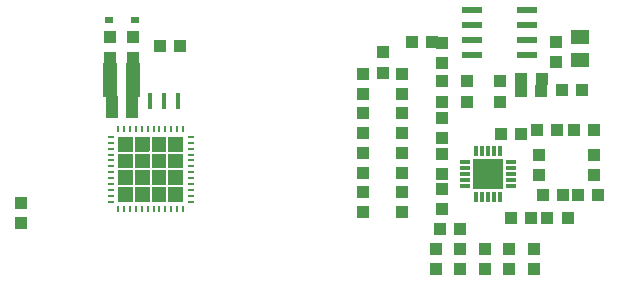
<source format=gbr>
G04 EAGLE Gerber RS-274X export*
G75*
%MOMM*%
%FSLAX34Y34*%
%LPD*%
%INSolderpaste Bottom*%
%IPPOS*%
%AMOC8*
5,1,8,0,0,1.08239X$1,22.5*%
G01*
%ADD10R,0.400000X1.399997*%
%ADD11R,0.254000X0.550000*%
%ADD12R,0.550000X0.254000*%
%ADD13R,1.100000X1.000000*%
%ADD14R,1.300000X1.500000*%
%ADD15R,0.300000X0.850000*%
%ADD16R,0.850000X0.300000*%
%ADD17R,2.650000X2.650000*%
%ADD18R,1.000000X1.100000*%
%ADD19R,1.500000X1.300000*%
%ADD20R,1.676400X0.508000*%
%ADD21R,0.800000X0.500000*%

G36*
X169531Y201630D02*
X169531Y201630D01*
X169533Y201629D01*
X169576Y201649D01*
X169620Y201667D01*
X169621Y201669D01*
X169623Y201670D01*
X169656Y201755D01*
X169656Y213979D01*
X169655Y213981D01*
X169655Y213983D01*
X169636Y214026D01*
X169617Y214070D01*
X169615Y214071D01*
X169614Y214073D01*
X169529Y214106D01*
X157305Y214106D01*
X157303Y214105D01*
X157301Y214105D01*
X157258Y214086D01*
X157215Y214067D01*
X157214Y214065D01*
X157212Y214064D01*
X157179Y213979D01*
X157179Y201755D01*
X157180Y201753D01*
X157179Y201751D01*
X157199Y201708D01*
X157217Y201665D01*
X157219Y201664D01*
X157220Y201662D01*
X157305Y201629D01*
X169529Y201629D01*
X169531Y201630D01*
G37*
G36*
X155307Y201630D02*
X155307Y201630D01*
X155309Y201629D01*
X155352Y201649D01*
X155396Y201667D01*
X155397Y201669D01*
X155399Y201670D01*
X155432Y201755D01*
X155432Y213979D01*
X155431Y213981D01*
X155431Y213983D01*
X155412Y214026D01*
X155393Y214070D01*
X155391Y214071D01*
X155390Y214073D01*
X155305Y214106D01*
X143081Y214106D01*
X143079Y214105D01*
X143077Y214105D01*
X143034Y214086D01*
X142991Y214067D01*
X142990Y214065D01*
X142988Y214064D01*
X142955Y213979D01*
X142955Y201755D01*
X142956Y201753D01*
X142955Y201751D01*
X142975Y201708D01*
X142993Y201665D01*
X142995Y201664D01*
X142996Y201662D01*
X143081Y201629D01*
X155305Y201629D01*
X155307Y201630D01*
G37*
G36*
X141083Y201630D02*
X141083Y201630D01*
X141085Y201629D01*
X141128Y201649D01*
X141172Y201667D01*
X141173Y201669D01*
X141175Y201670D01*
X141208Y201755D01*
X141208Y213979D01*
X141207Y213981D01*
X141207Y213983D01*
X141188Y214026D01*
X141169Y214070D01*
X141167Y214071D01*
X141166Y214073D01*
X141081Y214106D01*
X128857Y214106D01*
X128855Y214105D01*
X128853Y214105D01*
X128810Y214086D01*
X128767Y214067D01*
X128766Y214065D01*
X128764Y214064D01*
X128731Y213979D01*
X128731Y201755D01*
X128732Y201753D01*
X128731Y201751D01*
X128751Y201708D01*
X128769Y201665D01*
X128771Y201664D01*
X128772Y201662D01*
X128857Y201629D01*
X141081Y201629D01*
X141083Y201630D01*
G37*
G36*
X126859Y201630D02*
X126859Y201630D01*
X126861Y201629D01*
X126904Y201649D01*
X126948Y201667D01*
X126949Y201669D01*
X126951Y201670D01*
X126984Y201755D01*
X126984Y213979D01*
X126983Y213981D01*
X126983Y213983D01*
X126964Y214026D01*
X126945Y214070D01*
X126943Y214071D01*
X126942Y214073D01*
X126857Y214106D01*
X114633Y214106D01*
X114631Y214105D01*
X114629Y214105D01*
X114586Y214086D01*
X114543Y214067D01*
X114542Y214065D01*
X114540Y214064D01*
X114507Y213979D01*
X114507Y201755D01*
X114508Y201753D01*
X114507Y201751D01*
X114527Y201708D01*
X114545Y201665D01*
X114547Y201664D01*
X114548Y201662D01*
X114633Y201629D01*
X126857Y201629D01*
X126859Y201630D01*
G37*
G36*
X169531Y187406D02*
X169531Y187406D01*
X169533Y187405D01*
X169576Y187425D01*
X169620Y187443D01*
X169621Y187445D01*
X169623Y187446D01*
X169656Y187531D01*
X169656Y199755D01*
X169655Y199757D01*
X169655Y199759D01*
X169636Y199802D01*
X169617Y199846D01*
X169615Y199847D01*
X169614Y199849D01*
X169529Y199882D01*
X157305Y199882D01*
X157303Y199881D01*
X157301Y199881D01*
X157258Y199862D01*
X157215Y199843D01*
X157214Y199841D01*
X157212Y199840D01*
X157179Y199755D01*
X157179Y187531D01*
X157180Y187529D01*
X157179Y187527D01*
X157199Y187484D01*
X157217Y187441D01*
X157219Y187440D01*
X157220Y187438D01*
X157305Y187405D01*
X169529Y187405D01*
X169531Y187406D01*
G37*
G36*
X126859Y187406D02*
X126859Y187406D01*
X126861Y187405D01*
X126904Y187425D01*
X126948Y187443D01*
X126949Y187445D01*
X126951Y187446D01*
X126984Y187531D01*
X126984Y199755D01*
X126983Y199757D01*
X126983Y199759D01*
X126964Y199802D01*
X126945Y199846D01*
X126943Y199847D01*
X126942Y199849D01*
X126857Y199882D01*
X114633Y199882D01*
X114631Y199881D01*
X114629Y199881D01*
X114586Y199862D01*
X114543Y199843D01*
X114542Y199841D01*
X114540Y199840D01*
X114507Y199755D01*
X114507Y187531D01*
X114508Y187529D01*
X114507Y187527D01*
X114527Y187484D01*
X114545Y187441D01*
X114547Y187440D01*
X114548Y187438D01*
X114633Y187405D01*
X126857Y187405D01*
X126859Y187406D01*
G37*
G36*
X141083Y187406D02*
X141083Y187406D01*
X141085Y187405D01*
X141128Y187425D01*
X141172Y187443D01*
X141173Y187445D01*
X141175Y187446D01*
X141208Y187531D01*
X141208Y199755D01*
X141207Y199757D01*
X141207Y199759D01*
X141188Y199802D01*
X141169Y199846D01*
X141167Y199847D01*
X141166Y199849D01*
X141081Y199882D01*
X128857Y199882D01*
X128855Y199881D01*
X128853Y199881D01*
X128810Y199862D01*
X128767Y199843D01*
X128766Y199841D01*
X128764Y199840D01*
X128731Y199755D01*
X128731Y187531D01*
X128732Y187529D01*
X128731Y187527D01*
X128751Y187484D01*
X128769Y187441D01*
X128771Y187440D01*
X128772Y187438D01*
X128857Y187405D01*
X141081Y187405D01*
X141083Y187406D01*
G37*
G36*
X155307Y187406D02*
X155307Y187406D01*
X155309Y187405D01*
X155352Y187425D01*
X155396Y187443D01*
X155397Y187445D01*
X155399Y187446D01*
X155432Y187531D01*
X155432Y199755D01*
X155431Y199757D01*
X155431Y199759D01*
X155412Y199802D01*
X155393Y199846D01*
X155391Y199847D01*
X155390Y199849D01*
X155305Y199882D01*
X143081Y199882D01*
X143079Y199881D01*
X143077Y199881D01*
X143034Y199862D01*
X142991Y199843D01*
X142990Y199841D01*
X142988Y199840D01*
X142955Y199755D01*
X142955Y187531D01*
X142956Y187529D01*
X142955Y187527D01*
X142975Y187484D01*
X142993Y187441D01*
X142995Y187440D01*
X142996Y187438D01*
X143081Y187405D01*
X155305Y187405D01*
X155307Y187406D01*
G37*
G36*
X141083Y173182D02*
X141083Y173182D01*
X141085Y173181D01*
X141128Y173201D01*
X141172Y173219D01*
X141173Y173221D01*
X141175Y173222D01*
X141208Y173307D01*
X141208Y185531D01*
X141207Y185533D01*
X141207Y185535D01*
X141188Y185578D01*
X141169Y185622D01*
X141167Y185623D01*
X141166Y185625D01*
X141081Y185658D01*
X128857Y185658D01*
X128855Y185657D01*
X128853Y185657D01*
X128810Y185638D01*
X128767Y185619D01*
X128766Y185617D01*
X128764Y185616D01*
X128731Y185531D01*
X128731Y173307D01*
X128732Y173305D01*
X128731Y173303D01*
X128751Y173260D01*
X128769Y173217D01*
X128771Y173216D01*
X128772Y173214D01*
X128857Y173181D01*
X141081Y173181D01*
X141083Y173182D01*
G37*
G36*
X169531Y173182D02*
X169531Y173182D01*
X169533Y173181D01*
X169576Y173201D01*
X169620Y173219D01*
X169621Y173221D01*
X169623Y173222D01*
X169656Y173307D01*
X169656Y185531D01*
X169655Y185533D01*
X169655Y185535D01*
X169636Y185578D01*
X169617Y185622D01*
X169615Y185623D01*
X169614Y185625D01*
X169529Y185658D01*
X157305Y185658D01*
X157303Y185657D01*
X157301Y185657D01*
X157258Y185638D01*
X157215Y185619D01*
X157214Y185617D01*
X157212Y185616D01*
X157179Y185531D01*
X157179Y173307D01*
X157180Y173305D01*
X157179Y173303D01*
X157199Y173260D01*
X157217Y173217D01*
X157219Y173216D01*
X157220Y173214D01*
X157305Y173181D01*
X169529Y173181D01*
X169531Y173182D01*
G37*
G36*
X155307Y173182D02*
X155307Y173182D01*
X155309Y173181D01*
X155352Y173201D01*
X155396Y173219D01*
X155397Y173221D01*
X155399Y173222D01*
X155432Y173307D01*
X155432Y185531D01*
X155431Y185533D01*
X155431Y185535D01*
X155412Y185578D01*
X155393Y185622D01*
X155391Y185623D01*
X155390Y185625D01*
X155305Y185658D01*
X143081Y185658D01*
X143079Y185657D01*
X143077Y185657D01*
X143034Y185638D01*
X142991Y185619D01*
X142990Y185617D01*
X142988Y185616D01*
X142955Y185531D01*
X142955Y173307D01*
X142956Y173305D01*
X142955Y173303D01*
X142975Y173260D01*
X142993Y173217D01*
X142995Y173216D01*
X142996Y173214D01*
X143081Y173181D01*
X155305Y173181D01*
X155307Y173182D01*
G37*
G36*
X126859Y173182D02*
X126859Y173182D01*
X126861Y173181D01*
X126904Y173201D01*
X126948Y173219D01*
X126949Y173221D01*
X126951Y173222D01*
X126984Y173307D01*
X126984Y185531D01*
X126983Y185533D01*
X126983Y185535D01*
X126964Y185578D01*
X126945Y185622D01*
X126943Y185623D01*
X126942Y185625D01*
X126857Y185658D01*
X114633Y185658D01*
X114631Y185657D01*
X114629Y185657D01*
X114586Y185638D01*
X114543Y185619D01*
X114542Y185617D01*
X114540Y185616D01*
X114507Y185531D01*
X114507Y173307D01*
X114508Y173305D01*
X114507Y173303D01*
X114527Y173260D01*
X114545Y173217D01*
X114547Y173216D01*
X114548Y173214D01*
X114633Y173181D01*
X126857Y173181D01*
X126859Y173182D01*
G37*
G36*
X155307Y158958D02*
X155307Y158958D01*
X155309Y158957D01*
X155352Y158977D01*
X155396Y158995D01*
X155397Y158997D01*
X155399Y158998D01*
X155432Y159083D01*
X155432Y171307D01*
X155431Y171309D01*
X155431Y171311D01*
X155412Y171354D01*
X155393Y171398D01*
X155391Y171399D01*
X155390Y171401D01*
X155305Y171434D01*
X143081Y171434D01*
X143079Y171433D01*
X143077Y171433D01*
X143034Y171414D01*
X142991Y171395D01*
X142990Y171393D01*
X142988Y171392D01*
X142955Y171307D01*
X142955Y159083D01*
X142956Y159081D01*
X142955Y159079D01*
X142975Y159036D01*
X142993Y158993D01*
X142995Y158992D01*
X142996Y158990D01*
X143081Y158957D01*
X155305Y158957D01*
X155307Y158958D01*
G37*
G36*
X141083Y158958D02*
X141083Y158958D01*
X141085Y158957D01*
X141128Y158977D01*
X141172Y158995D01*
X141173Y158997D01*
X141175Y158998D01*
X141208Y159083D01*
X141208Y171307D01*
X141207Y171309D01*
X141207Y171311D01*
X141188Y171354D01*
X141169Y171398D01*
X141167Y171399D01*
X141166Y171401D01*
X141081Y171434D01*
X128857Y171434D01*
X128855Y171433D01*
X128853Y171433D01*
X128810Y171414D01*
X128767Y171395D01*
X128766Y171393D01*
X128764Y171392D01*
X128731Y171307D01*
X128731Y159083D01*
X128732Y159081D01*
X128731Y159079D01*
X128751Y159036D01*
X128769Y158993D01*
X128771Y158992D01*
X128772Y158990D01*
X128857Y158957D01*
X141081Y158957D01*
X141083Y158958D01*
G37*
G36*
X126859Y158958D02*
X126859Y158958D01*
X126861Y158957D01*
X126904Y158977D01*
X126948Y158995D01*
X126949Y158997D01*
X126951Y158998D01*
X126984Y159083D01*
X126984Y171307D01*
X126983Y171309D01*
X126983Y171311D01*
X126964Y171354D01*
X126945Y171398D01*
X126943Y171399D01*
X126942Y171401D01*
X126857Y171434D01*
X114633Y171434D01*
X114631Y171433D01*
X114629Y171433D01*
X114586Y171414D01*
X114543Y171395D01*
X114542Y171393D01*
X114540Y171392D01*
X114507Y171307D01*
X114507Y159083D01*
X114508Y159081D01*
X114507Y159079D01*
X114527Y159036D01*
X114545Y158993D01*
X114547Y158992D01*
X114548Y158990D01*
X114633Y158957D01*
X126857Y158957D01*
X126859Y158958D01*
G37*
G36*
X169531Y158958D02*
X169531Y158958D01*
X169533Y158957D01*
X169576Y158977D01*
X169620Y158995D01*
X169621Y158997D01*
X169623Y158998D01*
X169656Y159083D01*
X169656Y171307D01*
X169655Y171309D01*
X169655Y171311D01*
X169636Y171354D01*
X169617Y171398D01*
X169615Y171399D01*
X169614Y171401D01*
X169529Y171434D01*
X157305Y171434D01*
X157303Y171433D01*
X157301Y171433D01*
X157258Y171414D01*
X157215Y171395D01*
X157214Y171393D01*
X157212Y171392D01*
X157179Y171307D01*
X157179Y159083D01*
X157180Y159081D01*
X157179Y159079D01*
X157199Y159036D01*
X157217Y158993D01*
X157219Y158992D01*
X157220Y158990D01*
X157305Y158957D01*
X169529Y158957D01*
X169531Y158958D01*
G37*
D10*
X165194Y244475D03*
X153194Y244475D03*
X141194Y244475D03*
D11*
X114574Y220331D03*
X119575Y220331D03*
X124577Y220331D03*
X129578Y220331D03*
X134579Y220331D03*
X139580Y220331D03*
X144582Y220331D03*
X149583Y220331D03*
X154584Y220331D03*
X159585Y220331D03*
X164587Y220331D03*
X169588Y220331D03*
D12*
X175881Y214038D03*
X175881Y209037D03*
X175881Y204035D03*
X175881Y199034D03*
X175881Y194033D03*
X175881Y189032D03*
X175881Y184030D03*
X175881Y179029D03*
X175881Y174028D03*
X175881Y169027D03*
X175881Y164025D03*
X175881Y159024D03*
D11*
X169588Y152731D03*
X164587Y152731D03*
X159585Y152731D03*
X154584Y152731D03*
X149583Y152731D03*
X144582Y152731D03*
X139580Y152731D03*
X134579Y152731D03*
X129578Y152731D03*
X124577Y152731D03*
X119575Y152731D03*
X114574Y152731D03*
D12*
X108281Y159024D03*
X108281Y164025D03*
X108281Y169027D03*
X108281Y174028D03*
X108281Y179029D03*
X108281Y184030D03*
X108281Y189032D03*
X108281Y194033D03*
X108281Y199034D03*
X108281Y204035D03*
X108281Y209037D03*
X108281Y214038D03*
D13*
X32544Y140725D03*
X32544Y157725D03*
X127000Y281219D03*
X127000Y298219D03*
X167250Y291306D03*
X150250Y291306D03*
X108975Y243681D03*
X125975Y243681D03*
X108975Y234950D03*
X125975Y234950D03*
D14*
X107975Y269081D03*
X126975Y269081D03*
X107975Y255588D03*
X126975Y255588D03*
D13*
X107950Y281219D03*
X107950Y298219D03*
D15*
X437831Y163063D03*
X432831Y163063D03*
X427831Y163063D03*
X422831Y163063D03*
X417831Y163063D03*
D16*
X408331Y172563D03*
X408331Y177563D03*
X408331Y182563D03*
X408331Y187563D03*
X408331Y192563D03*
D15*
X417831Y202063D03*
X422831Y202063D03*
X427831Y202063D03*
X432831Y202063D03*
X437831Y202063D03*
D16*
X447331Y192563D03*
X447331Y187563D03*
X447331Y182563D03*
X447331Y177563D03*
X447331Y172563D03*
D17*
X427831Y182563D03*
D13*
X455381Y216694D03*
X438381Y216694D03*
X470694Y182000D03*
X470694Y199000D03*
D18*
X469338Y219869D03*
X486338Y219869D03*
D13*
X464113Y145256D03*
X447113Y145256D03*
D18*
X478069Y145256D03*
X495069Y145256D03*
X474100Y165100D03*
X491100Y165100D03*
X504263Y165100D03*
X521263Y165100D03*
X517525Y199000D03*
X517525Y182000D03*
D13*
X466725Y101831D03*
X466725Y118831D03*
X404217Y101831D03*
X404217Y118831D03*
X445889Y118831D03*
X445889Y101831D03*
X425053Y118831D03*
X425053Y101831D03*
X383381Y118831D03*
X383381Y101831D03*
X403788Y135731D03*
X386788Y135731D03*
X354806Y150250D03*
X354806Y167250D03*
X354806Y183588D03*
X354806Y200588D03*
X388938Y229956D03*
X388938Y212956D03*
D18*
X354806Y233925D03*
X354806Y216925D03*
X388938Y152631D03*
X388938Y169631D03*
D13*
X388938Y199794D03*
X388938Y182794D03*
X322263Y183588D03*
X322263Y200588D03*
X322263Y150250D03*
X322263Y167250D03*
D19*
X505619Y279425D03*
X505619Y298425D03*
D18*
X484981Y277250D03*
X484981Y294250D03*
X379975Y294481D03*
X362975Y294481D03*
D13*
X354806Y250263D03*
X354806Y267263D03*
D18*
X322263Y233925D03*
X322263Y216925D03*
X338931Y285519D03*
X338931Y268519D03*
X388938Y243913D03*
X388938Y260913D03*
D13*
X322263Y250263D03*
X322263Y267263D03*
X409575Y243913D03*
X409575Y260913D03*
X438150Y260913D03*
X438150Y243913D03*
X455844Y253206D03*
X472844Y253206D03*
D18*
X506975Y254000D03*
X489975Y254000D03*
D13*
X500294Y219869D03*
X517294Y219869D03*
D18*
X388938Y276456D03*
X388938Y293456D03*
D20*
X414242Y283369D03*
X414242Y296069D03*
X414242Y308769D03*
X414242Y321469D03*
X460470Y321469D03*
X460470Y308769D03*
X460470Y296069D03*
X460470Y283369D03*
D21*
X128475Y312738D03*
X106475Y312738D03*
D18*
X456075Y262731D03*
X473075Y262731D03*
M02*

</source>
